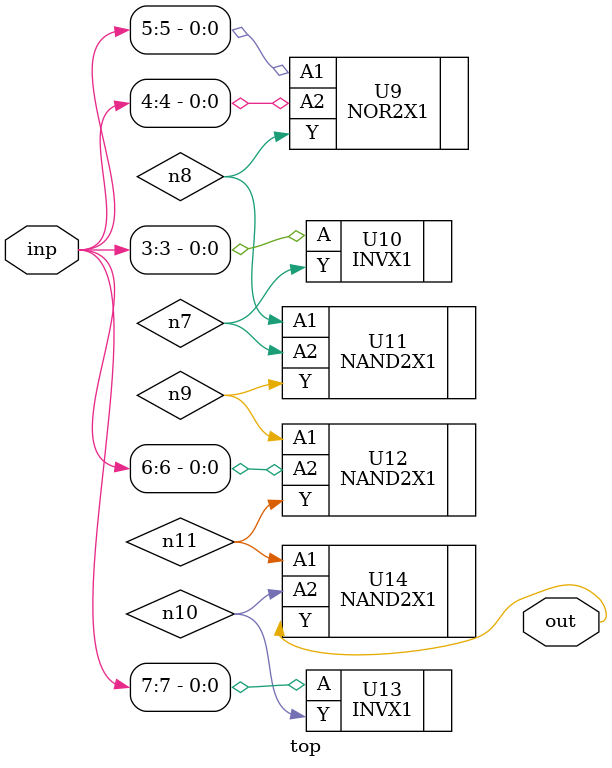
<source format=sv>


module top ( inp, out );
  input [7:0] inp;
  output out;
  wire   n7, n8, n9, n10, n11;

  NOR2X1 U9 ( .A1(inp[5]), .A2(inp[4]), .Y(n8) );
  INVX1 U10 ( .A(inp[3]), .Y(n7) );
  NAND2X1 U11 ( .A1(n8), .A2(n7), .Y(n9) );
  NAND2X1 U12 ( .A1(n9), .A2(inp[6]), .Y(n11) );
  INVX1 U13 ( .A(inp[7]), .Y(n10) );
  NAND2X1 U14 ( .A1(n11), .A2(n10), .Y(out) );
endmodule


</source>
